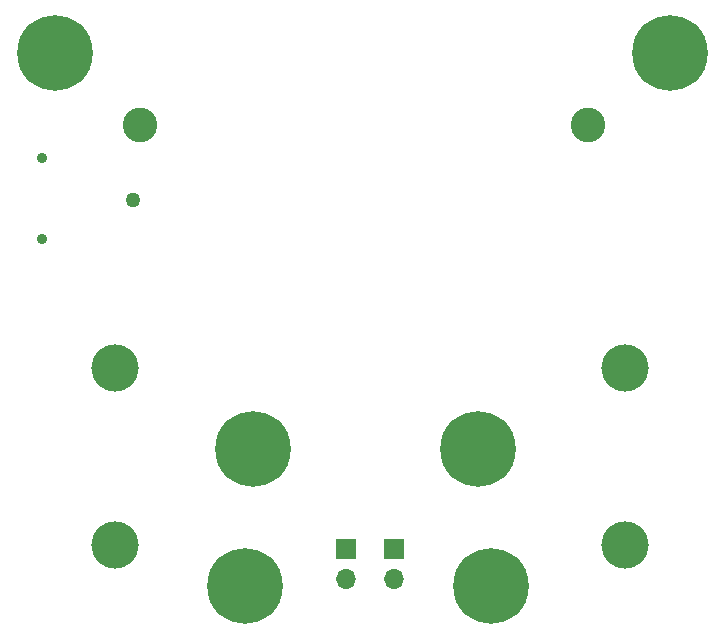
<source format=gbr>
%TF.GenerationSoftware,KiCad,Pcbnew,8.0.1*%
%TF.CreationDate,2024-04-22T08:31:39-07:00*%
%TF.ProjectId,milliohm_meter,6d696c6c-696f-4686-9d5f-6d657465722e,rev?*%
%TF.SameCoordinates,Original*%
%TF.FileFunction,Soldermask,Bot*%
%TF.FilePolarity,Negative*%
%FSLAX46Y46*%
G04 Gerber Fmt 4.6, Leading zero omitted, Abs format (unit mm)*
G04 Created by KiCad (PCBNEW 8.0.1) date 2024-04-22 08:31:39*
%MOMM*%
%LPD*%
G01*
G04 APERTURE LIST*
%ADD10C,6.400000*%
%ADD11R,1.700000X1.700000*%
%ADD12O,1.700000X1.700000*%
%ADD13C,4.000000*%
%ADD14C,0.900000*%
%ADD15C,1.270000*%
%ADD16C,2.940000*%
G04 APERTURE END LIST*
D10*
%TO.C,J8*%
X147574000Y-90678000D03*
%TD*%
D11*
%TO.C,J4*%
X136423000Y-99156200D03*
D12*
X136423000Y-101696200D03*
%TD*%
D10*
%TO.C,H2*%
X163830000Y-57150000D03*
%TD*%
D13*
%TO.C,J2*%
X116840000Y-83820000D03*
%TD*%
D14*
%TO.C,SW1*%
X110695200Y-66040000D03*
X110695200Y-72840000D03*
%TD*%
D11*
%TO.C,J3*%
X140487000Y-99156200D03*
D12*
X140487000Y-101696200D03*
%TD*%
D10*
%TO.C,H4*%
X148640800Y-102260400D03*
%TD*%
D13*
%TO.C,J6*%
X160020000Y-98806000D03*
%TD*%
D10*
%TO.C,J7*%
X128524000Y-90678000D03*
%TD*%
D13*
%TO.C,J5*%
X160020000Y-83820000D03*
%TD*%
D10*
%TO.C,H1*%
X111760000Y-57150000D03*
%TD*%
D13*
%TO.C,J1*%
X116840000Y-98806000D03*
%TD*%
D10*
%TO.C,H3*%
X127863600Y-102260400D03*
%TD*%
D15*
%TO.C,BAT1*%
X118357000Y-69616000D03*
D16*
X156922000Y-63246000D03*
X118952000Y-63246000D03*
%TD*%
M02*

</source>
